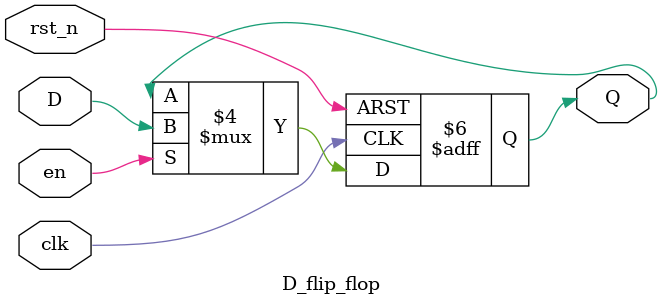
<source format=sv>
module D_flip_flop(
    input  logic clk,
    input  logic rst_n,
    input  logic en,
    input  logic D,
    output logic Q
);

always_ff@(posedge clk, negedge rst_n) begin
    if(!rst_n)      Q  <=  0;
    else if(en)     Q  <=  D;
    else            Q  <=  Q;
end
endmodule




</source>
